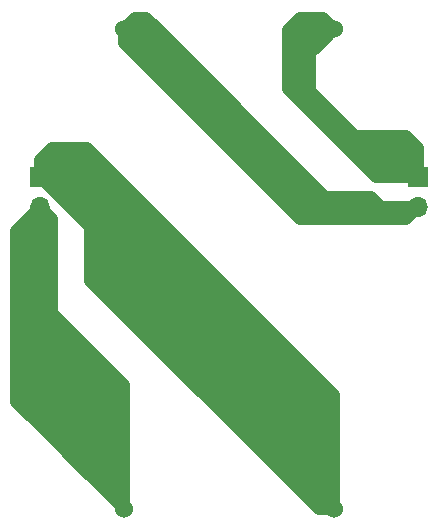
<source format=gbr>
G04 #@! TF.GenerationSoftware,KiCad,Pcbnew,7.0.2-0*
G04 #@! TF.CreationDate,2023-07-23T18:41:44+09:00*
G04 #@! TF.ProjectId,boost_board2,626f6f73-745f-4626-9f61-7264322e6b69,rev?*
G04 #@! TF.SameCoordinates,Original*
G04 #@! TF.FileFunction,Copper,L1,Top*
G04 #@! TF.FilePolarity,Positive*
%FSLAX46Y46*%
G04 Gerber Fmt 4.6, Leading zero omitted, Abs format (unit mm)*
G04 Created by KiCad (PCBNEW 7.0.2-0) date 2023-07-23 18:41:44*
%MOMM*%
%LPD*%
G01*
G04 APERTURE LIST*
G04 #@! TA.AperFunction,ComponentPad*
%ADD10R,1.700000X1.700000*%
G04 #@! TD*
G04 #@! TA.AperFunction,ComponentPad*
%ADD11O,1.700000X1.700000*%
G04 #@! TD*
G04 #@! TA.AperFunction,ComponentPad*
%ADD12C,1.524000*%
G04 #@! TD*
G04 #@! TA.AperFunction,Conductor*
%ADD13C,1.000000*%
G04 #@! TD*
G04 APERTURE END LIST*
D10*
X166000000Y-75460000D03*
D11*
X166000000Y-78000000D03*
D12*
X158890000Y-62964000D03*
X141110000Y-62964000D03*
X158890000Y-103604000D03*
X141110000Y-103604000D03*
D10*
X134000000Y-75460000D03*
D11*
X134000000Y-78000000D03*
D13*
X164000000Y-73000000D02*
X164000000Y-75000000D01*
X158890000Y-62964000D02*
X157927000Y-63927000D01*
X157000000Y-64000000D02*
X156000000Y-64000000D01*
X156854000Y-65000000D02*
X156854000Y-67836000D01*
X162845000Y-74155000D02*
X164000000Y-73000000D01*
X163000000Y-75460000D02*
X162460000Y-75460000D01*
X164000000Y-75000000D02*
X163845000Y-75155000D01*
X156000000Y-65000000D02*
X156000000Y-63000000D01*
X157926000Y-62000000D02*
X157000000Y-62000000D01*
X161845000Y-73155000D02*
X160845000Y-72155000D01*
X156000000Y-62000000D02*
X155000000Y-63000000D01*
X156000000Y-69000000D02*
X156000000Y-68000000D01*
X156000000Y-68000000D02*
X156000000Y-65000000D01*
X163845000Y-75155000D02*
X162845000Y-74155000D01*
X166000000Y-73000000D02*
X166000000Y-74000000D01*
X156854000Y-67836000D02*
X156690000Y-68000000D01*
X162845000Y-74155000D02*
X161845000Y-73155000D01*
X166000000Y-75460000D02*
X165000000Y-75460000D01*
X162500000Y-72500000D02*
X163000000Y-73000000D01*
X157427000Y-64427000D02*
X156854000Y-65000000D01*
X156000000Y-68000000D02*
X156000000Y-68460000D01*
X157927000Y-63927000D02*
X157427000Y-64427000D01*
X165000000Y-73000000D02*
X166000000Y-73000000D01*
X156690000Y-68000000D02*
X156000000Y-68000000D01*
X161000000Y-72000000D02*
X165000000Y-72000000D01*
X161845000Y-73155000D02*
X162500000Y-72500000D01*
X157927000Y-63927000D02*
X157036000Y-63036000D01*
X165000000Y-75460000D02*
X164150000Y-75460000D01*
X163000000Y-73000000D02*
X165000000Y-73000000D01*
X164150000Y-75460000D02*
X163845000Y-75155000D01*
X163000000Y-72000000D02*
X165000000Y-72000000D01*
X155000000Y-68000000D02*
X156000000Y-69000000D01*
X156000000Y-63000000D02*
X157000000Y-62000000D01*
X164000000Y-73000000D02*
X165000000Y-73000000D01*
X155000000Y-63000000D02*
X155000000Y-68000000D01*
X157427000Y-64427000D02*
X157000000Y-64000000D01*
X166000000Y-74000000D02*
X165000000Y-73000000D01*
X157036000Y-62964000D02*
X158890000Y-62964000D01*
X165000000Y-73000000D02*
X165000000Y-75460000D01*
X158890000Y-62964000D02*
X157926000Y-62000000D01*
X166000000Y-75460000D02*
X163000000Y-75460000D01*
X160845000Y-72155000D02*
X156690000Y-68000000D01*
X157000000Y-62000000D02*
X156000000Y-62000000D01*
X162460000Y-75460000D02*
X156000000Y-69000000D01*
X162500000Y-72500000D02*
X163000000Y-72000000D01*
X160845000Y-72155000D02*
X161000000Y-72000000D01*
X165000000Y-72000000D02*
X166000000Y-73000000D01*
X156000000Y-68460000D02*
X163000000Y-75460000D01*
X156000000Y-64000000D02*
X157036000Y-62964000D01*
X166000000Y-74000000D02*
X166000000Y-75460000D01*
X157036000Y-63036000D02*
X157036000Y-62964000D01*
X156000000Y-65000000D02*
X156000000Y-64000000D01*
X156854000Y-65000000D02*
X156000000Y-65000000D01*
X162000000Y-77160000D02*
X162840000Y-78000000D01*
X143000000Y-62964000D02*
X142000000Y-62964000D01*
X162840000Y-78000000D02*
X166000000Y-78000000D01*
X142000000Y-62964000D02*
X142000000Y-64000000D01*
X166000000Y-78000000D02*
X165000000Y-79000000D01*
X143000000Y-64000000D02*
X157000000Y-78000000D01*
X143964000Y-63964000D02*
X158000000Y-78000000D01*
X156000000Y-79000000D02*
X155000000Y-78000000D01*
X141110000Y-62964000D02*
X141110000Y-64110000D01*
X158160000Y-77160000D02*
X162000000Y-77160000D01*
X141110000Y-62964000D02*
X142074000Y-62000000D01*
X142000000Y-62964000D02*
X141110000Y-62964000D01*
X156000000Y-78000000D02*
X157000000Y-78000000D01*
X143000000Y-62000000D02*
X143964000Y-62964000D01*
X158000000Y-78000000D02*
X159000000Y-78000000D01*
X143000000Y-62964000D02*
X143000000Y-64000000D01*
X158000000Y-77000000D02*
X143964000Y-62964000D01*
X166000000Y-78000000D02*
X159000000Y-78000000D01*
X158000000Y-77000000D02*
X158160000Y-77160000D01*
X143964000Y-62964000D02*
X143964000Y-63964000D01*
X159000000Y-78000000D02*
X158000000Y-77000000D01*
X142000000Y-64000000D02*
X156000000Y-78000000D01*
X143964000Y-62964000D02*
X143000000Y-62964000D01*
X142074000Y-62000000D02*
X143000000Y-62000000D01*
X141110000Y-64110000D02*
X155000000Y-78000000D01*
X157000000Y-78000000D02*
X158000000Y-78000000D01*
X155000000Y-78000000D02*
X156000000Y-78000000D01*
X165000000Y-79000000D02*
X156000000Y-79000000D01*
X158270000Y-101000000D02*
X158890000Y-101000000D01*
X138000000Y-73000000D02*
X139000000Y-74000000D01*
X137000000Y-75460000D02*
X158540000Y-97000000D01*
X138270000Y-81000000D02*
X138270000Y-79730000D01*
X140460000Y-75460000D02*
X158890000Y-93890000D01*
X138270000Y-84270000D02*
X138270000Y-83000000D01*
X138000000Y-75460000D02*
X138350000Y-75460000D01*
X134000000Y-75000000D02*
X134000000Y-74000000D01*
X139000000Y-75000000D02*
X134000000Y-75000000D01*
X136000000Y-75460000D02*
X158890000Y-98350000D01*
X136000000Y-75460000D02*
X137000000Y-75460000D01*
X134000000Y-75460000D02*
X138270000Y-79730000D01*
X134000000Y-74000000D02*
X135000000Y-73000000D01*
X138270000Y-83000000D02*
X158270000Y-103000000D01*
X158890000Y-97000000D02*
X158890000Y-99000000D01*
X157604000Y-103604000D02*
X138270000Y-84270000D01*
X138270000Y-79730000D02*
X158890000Y-100350000D01*
X158270000Y-103000000D02*
X158890000Y-103000000D01*
X158890000Y-103604000D02*
X157604000Y-103604000D01*
X134000000Y-75460000D02*
X135000000Y-75460000D01*
X135000000Y-75460000D02*
X136000000Y-75460000D01*
X158890000Y-98350000D02*
X158890000Y-99000000D01*
X138000000Y-75460000D02*
X139350000Y-75460000D01*
X158890000Y-96000000D02*
X158890000Y-97000000D01*
X158890000Y-93890000D02*
X158890000Y-95000000D01*
X158890000Y-95000000D02*
X158890000Y-96000000D01*
X139500000Y-74500000D02*
X139000000Y-75000000D01*
X138270000Y-82000000D02*
X138270000Y-81000000D01*
X138270000Y-81000000D02*
X158270000Y-101000000D01*
X135000000Y-75460000D02*
X158890000Y-99350000D01*
X158890000Y-101000000D02*
X158890000Y-102000000D01*
X158890000Y-103000000D02*
X158890000Y-103604000D01*
X158890000Y-100350000D02*
X158890000Y-101000000D01*
X158540000Y-97000000D02*
X158890000Y-97000000D01*
X134000000Y-75460000D02*
X140460000Y-75460000D01*
X158890000Y-99000000D02*
X158890000Y-103604000D01*
X134000000Y-75460000D02*
X138540000Y-75460000D01*
X158890000Y-102000000D02*
X158890000Y-103000000D01*
X137000000Y-75460000D02*
X138000000Y-75460000D01*
X138350000Y-75460000D02*
X158890000Y-96000000D01*
X138270000Y-82000000D02*
X158270000Y-102000000D01*
X158270000Y-102000000D02*
X158890000Y-102000000D01*
X135000000Y-73000000D02*
X138000000Y-73000000D01*
X139350000Y-75460000D02*
X158890000Y-95000000D01*
X134000000Y-75460000D02*
X134000000Y-75000000D01*
X138540000Y-75460000D02*
X139500000Y-74500000D01*
X134000000Y-74000000D02*
X139000000Y-74000000D01*
X139500000Y-74500000D02*
X140460000Y-75460000D01*
X139000000Y-74000000D02*
X139500000Y-74500000D01*
X158890000Y-99350000D02*
X158890000Y-101000000D01*
X138270000Y-83000000D02*
X138270000Y-82000000D01*
X134110000Y-91000000D02*
X141110000Y-98000000D01*
X134000000Y-95000000D02*
X134000000Y-96494000D01*
X141110000Y-102000000D02*
X140357000Y-101247000D01*
X141110000Y-102000000D02*
X140000000Y-102000000D01*
X134000000Y-96494000D02*
X134753000Y-97247000D01*
X134110000Y-95000000D02*
X135055000Y-95945000D01*
X134110000Y-88000000D02*
X141110000Y-95000000D01*
X134000000Y-89000000D02*
X134000000Y-90000000D01*
X139753000Y-100643000D02*
X139753000Y-102247000D01*
X140357000Y-101247000D02*
X138753000Y-101247000D01*
X136055000Y-97945000D02*
X135753000Y-98247000D01*
X134000000Y-88000000D02*
X134110000Y-88000000D01*
X134000000Y-87000000D02*
X134000000Y-88000000D01*
X134000000Y-79000000D02*
X134000000Y-86000000D01*
X133753000Y-96247000D02*
X133753000Y-79753000D01*
X134110000Y-92000000D02*
X141110000Y-99000000D01*
X137357000Y-98247000D02*
X135753000Y-98247000D01*
X134000000Y-86000000D02*
X135000000Y-87000000D01*
X139753000Y-102247000D02*
X141110000Y-103604000D01*
X141110000Y-100000000D02*
X141110000Y-101000000D01*
X134000000Y-90000000D02*
X134110000Y-90000000D01*
X141110000Y-93110000D02*
X141110000Y-94000000D01*
X136055000Y-96945000D02*
X135055000Y-96945000D01*
X134000000Y-90000000D02*
X134000000Y-91000000D01*
X133000000Y-79000000D02*
X132500000Y-79500000D01*
X136055000Y-96945000D02*
X137555000Y-98445000D01*
X135753000Y-98247000D02*
X136753000Y-99247000D01*
X134000000Y-91000000D02*
X134000000Y-92000000D01*
X136753000Y-99247000D02*
X137753000Y-100247000D01*
X132753000Y-95247000D02*
X132753000Y-79753000D01*
X136055000Y-96945000D02*
X136055000Y-97945000D01*
X132753000Y-95247000D02*
X133753000Y-96247000D01*
X134000000Y-92000000D02*
X134110000Y-92000000D01*
X138357000Y-100247000D02*
X137055000Y-98945000D01*
X134000000Y-88000000D02*
X134000000Y-89000000D01*
X135055000Y-95945000D02*
X135055000Y-96945000D01*
X141110000Y-98000000D02*
X141110000Y-99000000D01*
X135000000Y-86000000D02*
X134000000Y-85000000D01*
X134000000Y-78000000D02*
X134000000Y-79000000D01*
X134000000Y-93000000D02*
X134110000Y-93000000D01*
X134000000Y-89000000D02*
X134110000Y-89000000D01*
X134000000Y-86000000D02*
X134000000Y-87000000D01*
X134753000Y-97247000D02*
X135753000Y-98247000D01*
X139055000Y-98945000D02*
X141110000Y-101000000D01*
X135055000Y-95945000D02*
X134549000Y-95945000D01*
X134000000Y-91000000D02*
X134110000Y-91000000D01*
X141110000Y-102000000D02*
X141110000Y-103604000D01*
X134110000Y-93000000D02*
X141110000Y-100000000D01*
X135055000Y-96945000D02*
X134753000Y-97247000D01*
X141110000Y-101000000D02*
X141110000Y-102000000D01*
X139357000Y-100247000D02*
X138357000Y-100247000D01*
X132000000Y-80000000D02*
X132000000Y-94494000D01*
X140000000Y-102000000D02*
X139753000Y-102247000D01*
X132753000Y-79753000D02*
X132500000Y-79500000D01*
X132500000Y-79500000D02*
X132000000Y-80000000D01*
X134549000Y-95945000D02*
X134000000Y-96494000D01*
X136055000Y-96945000D02*
X139753000Y-100643000D01*
X134000000Y-94000000D02*
X134000000Y-95000000D01*
X134000000Y-78000000D02*
X133000000Y-79000000D01*
X137055000Y-98945000D02*
X136753000Y-99247000D01*
X134110000Y-89000000D02*
X141110000Y-96000000D01*
X139055000Y-98945000D02*
X137055000Y-98945000D01*
X141110000Y-96000000D02*
X141110000Y-97000000D01*
X137753000Y-100247000D02*
X138753000Y-101247000D01*
X134110000Y-94000000D02*
X139055000Y-98945000D01*
X141110000Y-97000000D02*
X141110000Y-98000000D01*
X141110000Y-94000000D02*
X141110000Y-95000000D01*
X141110000Y-95000000D02*
X141110000Y-96000000D01*
X134000000Y-87000000D02*
X134110000Y-87000000D01*
X134000000Y-95000000D02*
X134110000Y-95000000D01*
X135000000Y-87000000D02*
X135000000Y-86000000D01*
X133000000Y-95000000D02*
X132753000Y-95247000D01*
X134000000Y-93000000D02*
X134000000Y-94000000D01*
X135000000Y-79000000D02*
X134000000Y-78000000D01*
X141110000Y-99000000D02*
X141110000Y-100000000D01*
X139753000Y-100643000D02*
X139357000Y-100247000D01*
X134000000Y-94000000D02*
X134110000Y-94000000D01*
X135000000Y-87000000D02*
X141110000Y-93110000D01*
X132000000Y-94494000D02*
X132753000Y-95247000D01*
X135000000Y-86000000D02*
X135000000Y-79000000D01*
X134110000Y-87000000D02*
X141110000Y-94000000D01*
X139357000Y-100247000D02*
X137753000Y-100247000D01*
X138753000Y-101247000D02*
X139753000Y-102247000D01*
X137555000Y-98445000D02*
X141110000Y-102000000D01*
X135055000Y-95945000D02*
X136055000Y-96945000D01*
X133753000Y-79753000D02*
X133000000Y-79000000D01*
X134000000Y-85000000D02*
X134000000Y-79000000D01*
X133753000Y-96247000D02*
X134000000Y-96494000D01*
X134000000Y-92000000D02*
X134000000Y-93000000D01*
X133000000Y-79000000D02*
X133000000Y-95000000D01*
X134110000Y-90000000D02*
X141110000Y-97000000D01*
X137555000Y-98445000D02*
X137357000Y-98247000D01*
M02*

</source>
